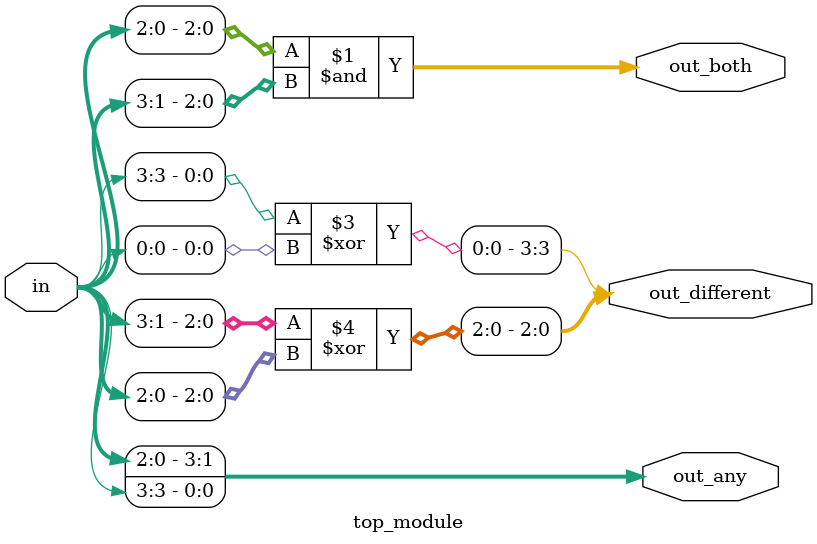
<source format=sv>
module top_module (
    input [3:0] in,
    output [2:0] out_both,
    output [3:0] out_any,
    output [3:0] out_different
);

    assign out_both = in[2:0] & in[3:1];
    assign out_any = {in[2:0], in[3]};
    
    always @(*) begin
        out_different[3] = in[3] ^ in[0];
        out_different[2:0] = in[3:1] ^ in[2:0];
    end

endmodule

</source>
